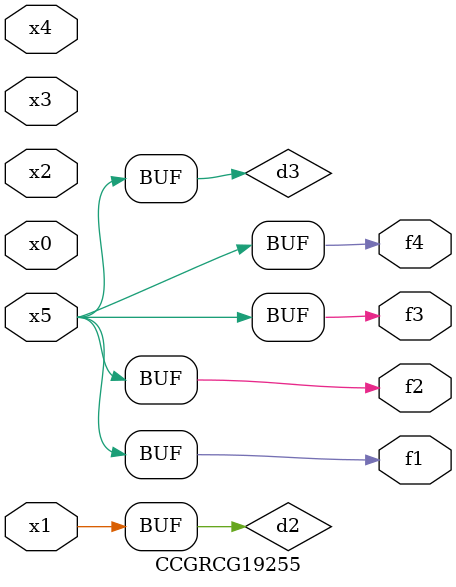
<source format=v>
module CCGRCG19255(
	input x0, x1, x2, x3, x4, x5,
	output f1, f2, f3, f4
);

	wire d1, d2, d3;

	not (d1, x5);
	or (d2, x1);
	xnor (d3, d1);
	assign f1 = d3;
	assign f2 = d3;
	assign f3 = d3;
	assign f4 = d3;
endmodule

</source>
